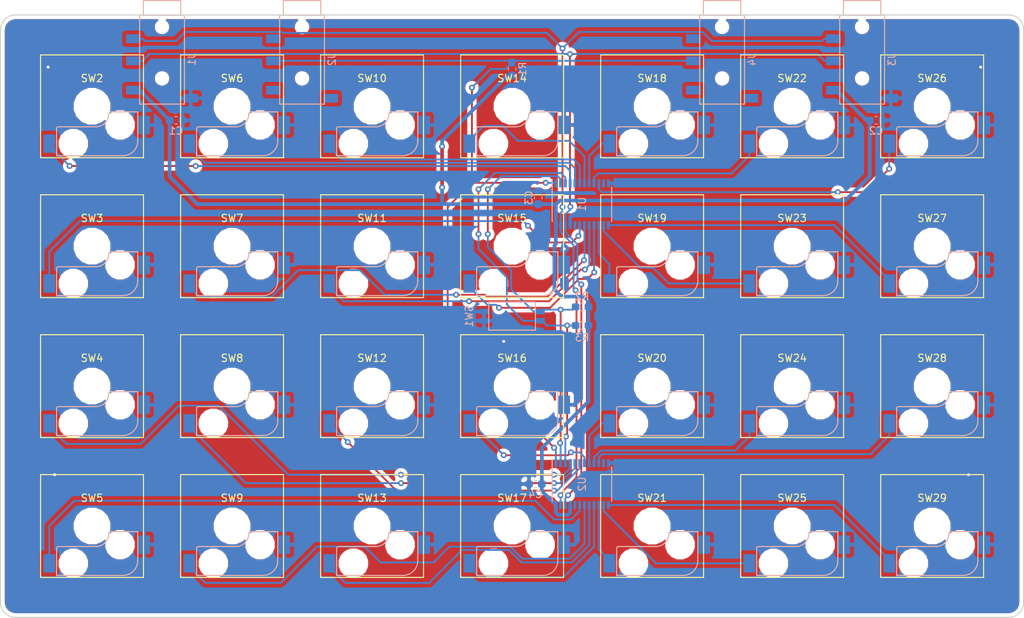
<source format=kicad_pcb>
(kicad_pcb (version 20171130) (host pcbnew 5.0.2-bee76a0~70~ubuntu18.04.1)
  (layers (0 F.Cu signal) (31 B.Cu signal) (34 B.Paste user) (35 F.Paste user) (36 B.SilkS user) (37 F.SilkS user) (38 B.Mask user) (39 F.Mask user) (44 Edge.Cuts user))
  (net 0 "")
  (net 1 VCC)
  (net 2 GND)
  (net 3 SCL)
  (net 4 SDA)
  (net 5 INT)
  (net 6 "Net-(J2-PadR2)")
  (net 7 "Net-(J4-PadR2)")
  (net 8 A1)
  (net 9 A2)
  (net 10 R1C1)
  (net 11 R2C1)
  (net 12 R3C1)
  (net 13 R4C1)
  (net 14 R1C2)
  (net 15 R2C2)
  (net 16 R3C2)
  (net 17 R4C2)
  (net 18 R1C3)
  (net 19 R2C3)
  (net 20 R3C3)
  (net 21 R4C3)
  (net 22 R1C4)
  (net 23 R2C4)
  (net 24 R3C4)
  (net 25 R4C4)
  (net 26 R1C5)
  (net 27 R2C5)
  (net 28 R3C5)
  (net 29 R4C5)
  (net 30 R1C6)
  (net 31 R2C6)
  (net 32 R3C6)
  (net 33 R4C6)
  (net 34 R1C7)
  (net 35 R2C7)
  (net 36 R3C7)
  (net 37 R4C7)
  (net 38 "Net-(U1-Pad20)")
  (net 39 "Net-(U1-Pad11)")
  (net 40 "Net-(U2-Pad11)")
  (net 41 "Net-(U2-Pad20)")
  (net 42 "Net-(J2-PadT)")
  (net 43 "Net-(J2-PadS)")
  (net 44 "Net-(J4-PadT)")
  (net 45 "Net-(J4-PadS)")
  (module Capacitor_SMD:C_0603_1608Metric_Pad1.05x0.95mm_HandSolder (layer B.Cu) (at 58.42 52.705)
    (fp_text reference C1 (at 0 1.43) (layer B.SilkS) (effects (justify mirror)))
    (fp_text value "1 uF")
    (pad 2 smd roundrect (at 0.875 0) (size 1.05 0.95) (layers B.Cu B.Paste B.Mask) (net 2 GND))
    (pad 1 smd roundrect (at -0.875 0) (size 1.05 0.95) (layers B.Cu B.Paste B.Mask) (net 1 VCC))
  )
  (module Capacitor_SMD:C_0603_1608Metric_Pad1.05x0.95mm_HandSolder (layer B.Cu) (at 153.67 52.705)
    (fp_text reference C2 (at 0 1.43) (layer B.SilkS) (effects (justify mirror)))
    (fp_text value "1 uF")
    (pad 2 smd roundrect (at 0.875 0) (size 1.05 0.95) (layers B.Cu B.Paste B.Mask) (net 2 GND))
    (pad 1 smd roundrect (at -0.875 0) (size 1.05 0.95) (layers B.Cu B.Paste B.Mask) (net 1 VCC))
  )
  (module Capacitor_SMD:C_0603_1608Metric_Pad1.05x0.95mm_HandSolder (layer B.Cu) (at 107.696 63.246 90)
    (fp_text reference C3 (at 0 -1.27 90) (layer B.SilkS) (effects (justify mirror)))
    (fp_text value "100 nF")
    (pad 2 smd roundrect (at 0.875 0 90) (size 1.05 0.95) (layers B.Cu B.Paste B.Mask) (net 2 GND))
    (pad 1 smd roundrect (at -0.875 0 90) (size 1.05 0.95) (layers B.Cu B.Paste B.Mask) (net 1 VCC))
  )
  (module Capacitor_SMD:C_0603_1608Metric_Pad1.05x0.95mm_HandSolder (layer B.Cu) (at 107.315 102.235 180)
    (fp_text reference C4 (at 0 -1.397 180) (layer B.SilkS) (effects (justify mirror)))
    (fp_text value "100 nF")
    (pad 2 smd roundrect (at 0.875 0 180) (size 1.05 0.95) (layers B.Cu B.Paste B.Mask) (net 2 GND))
    (pad 1 smd roundrect (at -0.875 0 180) (size 1.05 0.95) (layers B.Cu B.Paste B.Mask) (net 1 VCC))
  )
  (module library:TRRS_SMD_PJ320 (layer B.Cu) (at 56.515 44.45 270)
    (fp_text reference J1 (at 0 -4.064 270) (layer B.SilkS) (effects (justify mirror)))
    (fp_text value AudioJack4)
    (pad R2 smd rect (at -2.85 3.9 270) (size 1.2 2) (layers B.Cu B.Paste B.Mask) (net 4 SDA))
    (pad R1 smd rect (at 0.15 3.9 270) (size 1.2 2) (layers B.Cu B.Paste B.Mask) (net 3 SCL))
    (pad T smd rect (at 4.15 3.9 270) (size 1.2 2) (layers B.Cu B.Paste B.Mask) (net 1 VCC))
    (pad S smd rect (at 5.25 -3.9 270) (size 1.2 2) (layers B.Cu B.Paste B.Mask) (net 2 GND))
    (pad "" np_thru_hole circle (at 2.55 0 270) (size 0.95 0.95) (drill 0.95) (layers *.Cu *.Mask))
    (pad "" np_thru_hole circle (at -4.45 0 270) (size 0.95 0.95) (drill 0.95) (layers *.Cu *.Mask))
  )
  (module library:TRRS_SMD_PJ320 (layer B.Cu) (at 75.565 44.45 270)
    (fp_text reference J2 (at 0 -4.064 270) (layer B.SilkS) (effects (justify mirror)))
    (fp_text value AudioJack4)
    (pad R2 smd rect (at -2.85 3.9 270) (size 1.2 2) (layers B.Cu B.Paste B.Mask) (net 6 "Net-(J2-PadR2)"))
    (pad R1 smd rect (at 0.15 3.9 270) (size 1.2 2) (layers B.Cu B.Paste B.Mask) (net 5 INT))
    (pad T smd rect (at 4.15 3.9 270) (size 1.2 2) (layers B.Cu B.Paste B.Mask) (net 42 "Net-(J2-PadT)"))
    (pad S smd rect (at 5.25 -3.9 270) (size 1.2 2) (layers B.Cu B.Paste B.Mask) (net 43 "Net-(J2-PadS)"))
    (pad "" np_thru_hole circle (at 2.55 0 270) (size 0.95 0.95) (drill 0.95) (layers *.Cu *.Mask))
    (pad "" np_thru_hole circle (at -4.45 0 270) (size 0.95 0.95) (drill 0.95) (layers *.Cu *.Mask))
  )
  (module library:TRRS_SMD_PJ320 (layer B.Cu) (at 151.765 44.45 270)
    (fp_text reference J3 (at 0 -4.064 270) (layer B.SilkS) (effects (justify mirror)))
    (fp_text value AudioJack4)
    (pad R2 smd rect (at -2.85 3.9 270) (size 1.2 2) (layers B.Cu B.Paste B.Mask) (net 4 SDA))
    (pad R1 smd rect (at 0.15 3.9 270) (size 1.2 2) (layers B.Cu B.Paste B.Mask) (net 3 SCL))
    (pad T smd rect (at 4.15 3.9 270) (size 1.2 2) (layers B.Cu B.Paste B.Mask) (net 1 VCC))
    (pad S smd rect (at 5.25 -3.9 270) (size 1.2 2) (layers B.Cu B.Paste B.Mask) (net 2 GND))
    (pad "" np_thru_hole circle (at 2.55 0 270) (size 0.95 0.95) (drill 0.95) (layers *.Cu *.Mask))
    (pad "" np_thru_hole circle (at -4.45 0 270) (size 0.95 0.95) (drill 0.95) (layers *.Cu *.Mask))
  )
  (module library:TRRS_SMD_PJ320 (layer B.Cu) (at 132.715 44.45 270)
    (fp_text reference J4 (at 0 -4.064 270) (layer B.SilkS) (effects (justify mirror)))
    (fp_text value AudioJack4)
    (pad R2 smd rect (at -2.85 3.9 270) (size 1.2 2) (layers B.Cu B.Paste B.Mask) (net 7 "Net-(J4-PadR2)"))
    (pad R1 smd rect (at 0.15 3.9 270) (size 1.2 2) (layers B.Cu B.Paste B.Mask) (net 5 INT))
    (pad T smd rect (at 4.15 3.9 270) (size 1.2 2) (layers B.Cu B.Paste B.Mask) (net 44 "Net-(J4-PadT)"))
    (pad S smd rect (at 5.25 -3.9 270) (size 1.2 2) (layers B.Cu B.Paste B.Mask) (net 45 "Net-(J4-PadS)"))
    (pad "" np_thru_hole circle (at 2.55 0 270) (size 0.95 0.95) (drill 0.95) (layers *.Cu *.Mask))
    (pad "" np_thru_hole circle (at -4.45 0 270) (size 0.95 0.95) (drill 0.95) (layers *.Cu *.Mask))
  )
  (module Resistor_SMD:R_0603_1608Metric_Pad1.05x0.95mm_HandSolder (layer B.Cu) (at 104.14 45.72 90)
    (fp_text reference R1 (at 0 1.43 90) (layer B.SilkS) (effects (justify mirror)))
    (fp_text value "10 kΩ")
    (pad 2 smd roundrect (at 0.875 0 90) (size 1.05 0.95) (layers B.Cu B.Paste B.Mask) (net 5 INT))
    (pad 1 smd roundrect (at -0.875 0 90) (size 1.05 0.95) (layers B.Cu B.Paste B.Mask) (net 1 VCC))
  )
  (module Resistor_SMD:R_0603_1608Metric_Pad1.05x0.95mm_HandSolder (layer B.Cu) (at 113.665 78.105 180)
    (fp_text reference R2 (at 0 1.43 180) (layer B.SilkS) (effects (justify mirror)))
    (fp_text value "1 MΩ")
    (pad 2 smd roundrect (at 0.875 0 180) (size 1.05 0.95) (layers B.Cu B.Paste B.Mask) (net 8 A1))
    (pad 1 smd roundrect (at -0.875 0 180) (size 1.05 0.95) (layers B.Cu B.Paste B.Mask) (net 1 VCC))
  )
  (module Resistor_SMD:R_0603_1608Metric_Pad1.05x0.95mm_HandSolder (layer B.Cu) (at 113.665 80.645 180)
    (fp_text reference R3 (at 0 -1.651 180) (layer B.SilkS) (effects (justify mirror)))
    (fp_text value "1 MΩ")
    (pad 2 smd roundrect (at 0.875 0 180) (size 1.05 0.95) (layers B.Cu B.Paste B.Mask) (net 9 A2))
    (pad 1 smd roundrect (at -0.875 0 180) (size 1.05 0.95) (layers B.Cu B.Paste B.Mask) (net 1 VCC))
  )
  (module library:DipSwitch (layer B.Cu) (at 104.14 79.375 90)
    (fp_text reference SW1 (at 0 -5.842 90) (layer B.SilkS) (effects (justify mirror)))
    (fp_text value SW_DIP_x02)
    (pad 4 smd rect (at 0.635 -3.81 90) (size 0.76 1.27) (layers B.Cu B.Paste B.Mask) (net 2 GND))
    (pad 3 smd rect (at -0.635 -3.81 90) (size 0.76 1.27) (layers B.Cu B.Paste B.Mask) (net 2 GND))
    (pad 1 smd rect (at -0.635 3.81 90) (size 0.76 1.27) (layers B.Cu B.Paste B.Mask) (net 9 A2))
    (pad 2 smd rect (at 0.635 3.81 90) (size 0.76 1.27) (layers B.Cu B.Paste B.Mask) (net 8 A1))
  )
  (module library:Kailh_Socket (layer F.Cu) (at 46.99 50.8 180)
    (fp_text reference SW2 (at 0 3.81 180) (layer F.SilkS))
    (fp_text value SW_Push)
    (pad 1 smd rect (at -7.085 -2.54 180) (size 1.6 2.5) (layers B.Cu B.Paste B.Mask) (net 2 GND))
    (pad 2 smd rect (at 5.815 -5.08 180) (size 1.6 2.5) (layers B.Cu B.Paste B.Mask) (net 10 R1C1))
    (pad "" np_thru_hole circle (at 2.54 -5.08 180) (size 3 3) (drill 3) (layers *.Cu *.Mask))
    (pad "" np_thru_hole circle (at -3.81 -2.54 180) (size 3 3) (drill 3) (layers *.Cu *.Mask))
    (pad "" np_thru_hole circle (at 0 0 180) (size 3.9878 3.9878) (drill 3.9878) (layers *.Cu *.Mask))
  )
  (module library:Kailh_Socket (layer F.Cu) (at 46.99 69.85 180)
    (fp_text reference SW3 (at 0 3.81 180) (layer F.SilkS))
    (fp_text value SW_Push)
    (pad 1 smd rect (at -7.085 -2.54 180) (size 1.6 2.5) (layers B.Cu B.Paste B.Mask) (net 2 GND))
    (pad 2 smd rect (at 5.815 -5.08 180) (size 1.6 2.5) (layers B.Cu B.Paste B.Mask) (net 11 R2C1))
    (pad "" np_thru_hole circle (at 2.54 -5.08 180) (size 3 3) (drill 3) (layers *.Cu *.Mask))
    (pad "" np_thru_hole circle (at -3.81 -2.54 180) (size 3 3) (drill 3) (layers *.Cu *.Mask))
    (pad "" np_thru_hole circle (at 0 0 180) (size 3.9878 3.9878) (drill 3.9878) (layers *.Cu *.Mask))
  )
  (module library:Kailh_Socket (layer F.Cu) (at 46.99 88.9 180)
    (fp_text reference SW4 (at 0 3.81 180) (layer F.SilkS))
    (fp_text value SW_Push)
    (pad 1 smd rect (at -7.085 -2.54 180) (size 1.6 2.5) (layers B.Cu B.Paste B.Mask) (net 2 GND))
    (pad 2 smd rect (at 5.815 -5.08 180) (size 1.6 2.5) (layers B.Cu B.Paste B.Mask) (net 12 R3C1))
    (pad "" np_thru_hole circle (at 2.54 -5.08 180) (size 3 3) (drill 3) (layers *.Cu *.Mask))
    (pad "" np_thru_hole circle (at -3.81 -2.54 180) (size 3 3) (drill 3) (layers *.Cu *.Mask))
    (pad "" np_thru_hole circle (at 0 0 180) (size 3.9878 3.9878) (drill 3.9878) (layers *.Cu *.Mask))
  )
  (module library:Kailh_Socket (layer F.Cu) (at 46.99 107.95 180)
    (fp_text reference SW5 (at 0 3.81 180) (layer F.SilkS))
    (fp_text value SW_Push)
    (pad 1 smd rect (at -7.085 -2.54 180) (size 1.6 2.5) (layers B.Cu B.Paste B.Mask) (net 2 GND))
    (pad 2 smd rect (at 5.815 -5.08 180) (size 1.6 2.5) (layers B.Cu B.Paste B.Mask) (net 13 R4C1))
    (pad "" np_thru_hole circle (at 2.54 -5.08 180) (size 3 3) (drill 3) (layers *.Cu *.Mask))
    (pad "" np_thru_hole circle (at -3.81 -2.54 180) (size 3 3) (drill 3) (layers *.Cu *.Mask))
    (pad "" np_thru_hole circle (at 0 0 180) (size 3.9878 3.9878) (drill 3.9878) (layers *.Cu *.Mask))
  )
  (module library:Kailh_Socket (layer F.Cu) (at 66.04 50.8 180)
    (fp_text reference SW6 (at 0 3.81 180) (layer F.SilkS))
    (fp_text value SW_Push)
    (pad 1 smd rect (at -7.085 -2.54 180) (size 1.6 2.5) (layers B.Cu B.Paste B.Mask) (net 2 GND))
    (pad 2 smd rect (at 5.815 -5.08 180) (size 1.6 2.5) (layers B.Cu B.Paste B.Mask) (net 14 R1C2))
    (pad "" np_thru_hole circle (at 2.54 -5.08 180) (size 3 3) (drill 3) (layers *.Cu *.Mask))
    (pad "" np_thru_hole circle (at -3.81 -2.54 180) (size 3 3) (drill 3) (layers *.Cu *.Mask))
    (pad "" np_thru_hole circle (at 0 0 180) (size 3.9878 3.9878) (drill 3.9878) (layers *.Cu *.Mask))
  )
  (module library:Kailh_Socket (layer F.Cu) (at 66.04 69.85 180)
    (fp_text reference SW7 (at 0 3.81 180) (layer F.SilkS))
    (fp_text value SW_Push)
    (pad 1 smd rect (at -7.085 -2.54 180) (size 1.6 2.5) (layers B.Cu B.Paste B.Mask) (net 2 GND))
    (pad 2 smd rect (at 5.815 -5.08 180) (size 1.6 2.5) (layers B.Cu B.Paste B.Mask) (net 15 R2C2))
    (pad "" np_thru_hole circle (at 2.54 -5.08 180) (size 3 3) (drill 3) (layers *.Cu *.Mask))
    (pad "" np_thru_hole circle (at -3.81 -2.54 180) (size 3 3) (drill 3) (layers *.Cu *.Mask))
    (pad "" np_thru_hole circle (at 0 0 180) (size 3.9878 3.9878) (drill 3.9878) (layers *.Cu *.Mask))
  )
  (module library:Kailh_Socket (layer F.Cu) (at 66.04 88.9 180)
    (fp_text reference SW8 (at 0 3.81 180) (layer F.SilkS))
    (fp_text value SW_Push)
    (pad 1 smd rect (at -7.085 -2.54 180) (size 1.6 2.5) (layers B.Cu B.Paste B.Mask) (net 2 GND))
    (pad 2 smd rect (at 5.815 -5.08 180) (size 1.6 2.5) (layers B.Cu B.Paste B.Mask) (net 16 R3C2))
    (pad "" np_thru_hole circle (at 2.54 -5.08 180) (size 3 3) (drill 3) (layers *.Cu *.Mask))
    (pad "" np_thru_hole circle (at -3.81 -2.54 180) (size 3 3) (drill 3) (layers *.Cu *.Mask))
    (pad "" np_thru_hole circle (at 0 0 180) (size 3.9878 3.9878) (drill 3.9878) (layers *.Cu *.Mask))
  )
  (module library:Kailh_Socket (layer F.Cu) (at 66.04 107.95 180)
    (fp_text reference SW9 (at 0 3.81 180) (layer F.SilkS))
    (fp_text value SW_Push)
    (pad 1 smd rect (at -7.085 -2.54 180) (size 1.6 2.5) (layers B.Cu B.Paste B.Mask) (net 2 GND))
    (pad 2 smd rect (at 5.815 -5.08 180) (size 1.6 2.5) (layers B.Cu B.Paste B.Mask) (net 17 R4C2))
    (pad "" np_thru_hole circle (at 2.54 -5.08 180) (size 3 3) (drill 3) (layers *.Cu *.Mask))
    (pad "" np_thru_hole circle (at -3.81 -2.54 180) (size 3 3) (drill 3) (layers *.Cu *.Mask))
    (pad "" np_thru_hole circle (at 0 0 180) (size 3.9878 3.9878) (drill 3.9878) (layers *.Cu *.Mask))
  )
  (module library:Kailh_Socket (layer F.Cu) (at 85.09 50.8 180)
    (fp_text reference SW10 (at 0 3.81 180) (layer F.SilkS))
    (fp_text value SW_Push)
    (pad 1 smd rect (at -7.085 -2.54 180) (size 1.6 2.5) (layers B.Cu B.Paste B.Mask) (net 2 GND))
    (pad 2 smd rect (at 5.815 -5.08 180) (size 1.6 2.5) (layers B.Cu B.Paste B.Mask) (net 18 R1C3))
    (pad "" np_thru_hole circle (at 2.54 -5.08 180) (size 3 3) (drill 3) (layers *.Cu *.Mask))
    (pad "" np_thru_hole circle (at -3.81 -2.54 180) (size 3 3) (drill 3) (layers *.Cu *.Mask))
    (pad "" np_thru_hole circle (at 0 0 180) (size 3.9878 3.9878) (drill 3.9878) (layers *.Cu *.Mask))
  )
  (module library:Kailh_Socket (layer F.Cu) (at 85.09 69.85 180)
    (fp_text reference SW11 (at 0 3.81 180) (layer F.SilkS))
    (fp_text value SW_Push)
    (pad 1 smd rect (at -7.085 -2.54 180) (size 1.6 2.5) (layers B.Cu B.Paste B.Mask) (net 2 GND))
    (pad 2 smd rect (at 5.815 -5.08 180) (size 1.6 2.5) (layers B.Cu B.Paste B.Mask) (net 19 R2C3))
    (pad "" np_thru_hole circle (at 2.54 -5.08 180) (size 3 3) (drill 3) (layers *.Cu *.Mask))
    (pad "" np_thru_hole circle (at -3.81 -2.54 180) (size 3 3) (drill 3) (layers *.Cu *.Mask))
    (pad "" np_thru_hole circle (at 0 0 180) (size 3.9878 3.9878) (drill 3.9878) (layers *.Cu *.Mask))
  )
  (module library:Kailh_Socket (layer F.Cu) (at 85.09 88.9 180)
    (fp_text reference SW12 (at 0 3.81 180) (layer F.SilkS))
    (fp_text value SW_Push)
    (pad 1 smd rect (at -7.085 -2.54 180) (size 1.6 2.5) (layers B.Cu B.Paste B.Mask) (net 2 GND))
    (pad 2 smd rect (at 5.815 -5.08 180) (size 1.6 2.5) (layers B.Cu B.Paste B.Mask) (net 20 R3C3))
    (pad "" np_thru_hole circle (at 2.54 -5.08 180) (size 3 3) (drill 3) (layers *.Cu *.Mask))
    (pad "" np_thru_hole circle (at -3.81 -2.54 180) (size 3 3) (drill 3) (layers *.Cu *.Mask))
    (pad "" np_thru_hole circle (at 0 0 180) (size 3.9878 3.9878) (drill 3.9878) (layers *.Cu *.Mask))
  )
  (module library:Kailh_Socket (layer F.Cu) (at 85.09 107.95 180)
    (fp_text reference SW13 (at 0 3.81 180) (layer F.SilkS))
    (fp_text value SW_Push)
    (pad 1 smd rect (at -7.085 -2.54 180) (size 1.6 2.5) (layers B.Cu B.Paste B.Mask) (net 2 GND))
    (pad 2 smd rect (at 5.815 -5.08 180) (size 1.6 2.5) (layers B.Cu B.Paste B.Mask) (net 21 R4C3))
    (pad "" np_thru_hole circle (at 2.54 -5.08 180) (size 3 3) (drill 3) (layers *.Cu *.Mask))
    (pad "" np_thru_hole circle (at -3.81 -2.54 180) (size 3 3) (drill 3) (layers *.Cu *.Mask))
    (pad "" np_thru_hole circle (at 0 0 180) (size 3.9878 3.9878) (drill 3.9878) (layers *.Cu *.Mask))
  )
  (module library:Kailh_Socket (layer F.Cu) (at 104.14 50.8 180)
    (fp_text reference SW14 (at 0 3.81 180) (layer F.SilkS))
    (fp_text value SW_Push)
    (pad 1 smd rect (at -7.085 -2.54 180) (size 1.6 2.5) (layers B.Cu B.Paste B.Mask) (net 2 GND))
    (pad 2 smd rect (at 5.815 -5.08 180) (size 1.6 2.5) (layers B.Cu B.Paste B.Mask) (net 22 R1C4))
    (pad "" np_thru_hole circle (at 2.54 -5.08 180) (size 3 3) (drill 3) (layers *.Cu *.Mask))
    (pad "" np_thru_hole circle (at -3.81 -2.54 180) (size 3 3) (drill 3) (layers *.Cu *.Mask))
    (pad "" np_thru_hole circle (at 0 0 180) (size 3.9878 3.9878) (drill 3.9878) (layers *.Cu *.Mask))
  )
  (module library:Kailh_Socket (layer F.Cu) (at 104.14 69.85 180)
    (fp_text reference SW15 (at 0 3.81 180) (layer F.SilkS))
    (fp_text value SW_Push)
    (pad 1 smd rect (at -7.085 -2.54 180) (size 1.6 2.5) (layers B.Cu B.Paste B.Mask) (net 2 GND))
    (pad 2 smd rect (at 5.815 -5.08 180) (size 1.6 2.5) (layers B.Cu B.Paste B.Mask) (net 23 R2C4))
    (pad "" np_thru_hole circle (at 2.54 -5.08 180) (size 3 3) (drill 3) (layers *.Cu *.Mask))
    (pad "" np_thru_hole circle (at -3.81 -2.54 180) (size 3 3) (drill 3) (layers *.Cu *.Mask))
    (pad "" np_thru_hole circle (at 0 0 180) (size 3.9878 3.9878) (drill 3.9878) (layers *.Cu *.Mask))
  )
  (module library:Kailh_Socket (layer F.Cu) (at 104.14 88.9 180)
    (fp_text reference SW16 (at 0 3.81 180) (layer F.SilkS))
    (fp_text value SW_Push)
    (pad 1 smd rect (at -7.085 -2.54 180) (size 1.6 2.5) (layers B.Cu B.Paste B.Mask) (net 2 GND))
    (pad 2 smd rect (at 5.815 -5.08 180) (size 1.6 2.5) (layers B.Cu B.Paste B.Mask) (net 24 R3C4))
    (pad "" np_thru_hole circle (at 2.54 -5.08 180) (size 3 3) (drill 3) (layers *.Cu *.Mask))
    (pad "" np_thru_hole circle (at -3.81 -2.54 180) (size 3 3) (drill 3) (layers *.Cu *.Mask))
    (pad "" np_thru_hole circle (at 0 0 180) (size 3.9878 3.9878) (drill 3.9878) (layers *.Cu *.Mask))
  )
  (module library:Kailh_Socket (layer F.Cu) (at 104.14 107.95 180)
    (fp_text reference SW17 (at 0 3.81 180) (layer F.SilkS))
    (fp_text value SW_Push)
    (pad 1 smd rect (at -7.085 -2.54 180) (size 1.6 2.5) (layers B.Cu B.Paste B.Mask) (net 2 GND))
    (pad 2 smd rect (at 5.815 -5.08 180) (size 1.6 2.5) (layers B.Cu B.Paste B.Mask) (net 25 R4C4))
    (pad "" np_thru_hole circle (at 2.54 -5.08 180) (size 3 3) (drill 3) (layers *.Cu *.Mask))
    (pad "" np_thru_hole circle (at -3.81 -2.54 180) (size 3 3) (drill 3) (layers *.Cu *.Mask))
    (pad "" np_thru_hole circle (at 0 0 180) (size 3.9878 3.9878) (drill 3.9878) (layers *.Cu *.Mask))
  )
  (module library:Kailh_Socket (layer F.Cu) (at 123.19 50.8 180)
    (fp_text reference SW18 (at 0 3.81 180) (layer F.SilkS))
    (fp_text value SW_Push)
    (pad 1 smd rect (at -7.085 -2.54 180) (size 1.6 2.5) (layers B.Cu B.Paste B.Mask) (net 2 GND))
    (pad 2 smd rect (at 5.815 -5.08 180) (size 1.6 2.5) (layers B.Cu B.Paste B.Mask) (net 26 R1C5))
    (pad "" np_thru_hole circle (at 2.54 -5.08 180) (size 3 3) (drill 3) (layers *.Cu *.Mask))
    (pad "" np_thru_hole circle (at -3.81 -2.54 180) (size 3 3) (drill 3) (layers *.Cu *.Mask))
    (pad "" np_thru_hole circle (at 0 0 180) (size 3.9878 3.9878) (drill 3.9878) (layers *.Cu *.Mask))
  )
  (module library:Kailh_Socket (layer F.Cu) (at 123.19 69.85 180)
    (fp_text reference SW19 (at 0 3.81 180) (layer F.SilkS))
    (fp_text value SW_Push)
    (pad 1 smd rect (at -7.085 -2.54 180) (size 1.6 2.5) (layers B.Cu B.Paste B.Mask) (net 2 GND))
    (pad 2 smd rect (at 5.815 -5.08 180) (size 1.6 2.5) (layers B.Cu B.Paste B.Mask) (net 27 R2C5))
    (pad "" np_thru_hole circle (at 2.54 -5.08 180) (size 3 3) (drill 3) (layers *.Cu *.Mask))
    (pad "" np_thru_hole circle (at -3.81 -2.54 180) (size 3 3) (drill 3) (layers *.Cu *.Mask))
    (pad "" np_thru_hole circle (at 0 0 180) (size 3.9878 3.9878) (drill 3.9878) (layers *.Cu *.Mask))
  )
  (module library:Kailh_Socket (layer F.Cu) (at 123.19 88.9 180)
    (fp_text reference SW20 (at 0 3.81 180) (layer F.SilkS))
    (fp_text value SW_Push)
    (pad 1 smd rect (at -7.085 -2.54 180) (size 1.6 2.5) (layers B.Cu B.Paste B.Mask) (net 2 GND))
    (pad 2 smd rect (at 5.815 -5.08 180) (size 1.6 2.5) (layers B.Cu B.Paste B.Mask) (net 28 R3C5))
    (pad "" np_thru_hole circle (at 2.54 -5.08 180) (size 3 3) (drill 3) (layers *.Cu *.Mask))
    (pad "" np_thru_hole circle (at -3.81 -2.54 180) (size 3 3) (drill 3) (layers *.Cu *.Mask))
    (pad "" np_thru_hole circle (at 0 0 180) (size 3.9878 3.9878) (drill 3.9878) (layers *.Cu *.Mask))
  )
  (module library:Kailh_Socket (layer F.Cu) (at 123.19 107.95 180)
    (fp_text reference SW21 (at 0 3.81 180) (layer F.SilkS))
    (fp_text value SW_Push)
    (pad 1 smd rect (at -7.085 -2.54 180) (size 1.6 2.5) (layers B.Cu B.Paste B.Mask) (net 2 GND))
    (pad 2 smd rect (at 5.815 -5.08 180) (size 1.6 2.5) (layers B.Cu B.Paste B.Mask) (net 29 R4C5))
    (pad "" np_thru_hole circle (at 2.54 -5.08 180) (size 3 3) (drill 3) (layers *.Cu *.Mask))
    (pad "" np_thru_hole circle (at -3.81 -2.54 180) (size 3 3) (drill 3) (layers *.Cu *.Mask))
    (pad "" np_thru_hole circle (at 0 0 180) (size 3.9878 3.9878) (drill 3.9878) (layers *.Cu *.Mask))
  )
  (module library:Kailh_Socket (layer F.Cu) (at 142.24 50.8 180)
    (fp_text reference SW22 (at 0 3.81 180) (layer F.SilkS))
    (fp_text value SW_Push)
    (pad 1 smd rect (at -7.085 -2.54 180) (size 1.6 2.5) (layers B.Cu B.Paste B.Mask) (net 2 GND))
    (pad 2 smd rect (at 5.815 -5.08 180) (size 1.6 2.5) (layers B.Cu B.Paste B.Mask) (net 30 R1C6))
    (pad "" np_thru_hole circle (at 2.54 -5.08 180) (size 3 3) (drill 3) (layers *.Cu *.Mask))
    (pad "" np_thru_hole circle (at -3.81 -2.54 180) (size 3 3) (drill 3) (layers *.Cu *.Mask))
    (pad "" np_thru_hole circle (at 0 0 180) (size 3.9878 3.9878) (drill 3.9878) (layers *.Cu *.Mask))
  )
  (module library:Kailh_Socket (layer F.Cu) (at 142.24 69.85 180)
    (fp_text reference SW23 (at 0 3.81 180) (layer F.SilkS))
    (fp_text value SW_Push)
    (pad 1 smd rect (at -7.085 -2.54 180) (size 1.6 2.5) (layers B.Cu B.Paste B.Mask) (net 2 GND))
    (pad 2 smd rect (at 5.815 -5.08 180) (size 1.6 2.5) (layers B.Cu B.Paste B.Mask) (net 31 R2C6))
    (pad "" np_thru_hole circle (at 2.54 -5.08 180) (size 3 3) (drill 3) (layers *.Cu *.Mask))
    (pad "" np_thru_hole circle (at -3.81 -2.54 180) (size 3 3) (drill 3) (layers *.Cu *.Mask))
    (pad "" np_thru_hole circle (at 0 0 180) (size 3.9878 3.9878) (drill 3.9878) (layers *.Cu *.Mask))
  )
  (module library:Kailh_Socket (layer F.Cu) (at 142.24 88.9 180)
    (fp_text reference SW24 (at 0 3.81 180) (layer F.SilkS))
    (fp_text value SW_Push)
    (pad 1 smd rect (at -7.085 -2.54 180) (size 1.6 2.5) (layers B.Cu B.Paste B.Mask) (net 2 GND))
    (pad 2 smd rect (at 5.815 -5.08 180) (size 1.6 2.5) (layers B.Cu B.Paste B.Mask) (net 32 R3C6))
    (pad "" np_thru_hole circle (at 2.54 -5.08 180) (size 3 3) (drill 3) (layers *.Cu *.Mask))
    (pad "" np_thru_hole circle (at -3.81 -2.54 180) (size 3 3) (drill 3) (layers *.Cu *.Mask))
    (pad "" np_thru_hole circle (at 0 0 180) (size 3.9878 3.9878) (drill 3.9878) (layers *.Cu *.Mask))
  )
  (module library:Kailh_Socket (layer F.Cu) (at 142.24 107.95 180)
    (fp_text reference SW25 (at 0 3.81 180) (layer F.SilkS))
    (fp_text value SW_Push)
    (pad 1 smd rect (at -7.085 -2.54 180) (size 1.6 2.5) (layers B.Cu B.Paste B.Mask) (net 2 GND))
    (pad 2 smd rect (at 5.815 -5.08 180) (size 1.6 2.5) (layers B.Cu B.Paste B.Mask) (net 33 R4C6))
    (pad "" np_thru_hole circle (at 2.54 -5.08 180) (size 3 3) (drill 3) (layers *.Cu *.Mask))
    (pad "" np_thru_hole circle (at -3.81 -2.54 180) (size 3 3) (drill 3) (layers *.Cu *.Mask))
    (pad "" np_thru_hole circle (at 0 0 180) (size 3.9878 3.9878) (drill 3.9878) (layers *.Cu *.Mask))
  )
  (module library:Kailh_Socket (layer F.Cu) (at 161.29 50.8 180)
    (fp_text reference SW26 (at 0 3.81 180) (layer F.SilkS))
    (fp_text value SW_Push)
    (pad 1 smd rect (at -7.085 -2.54 180) (size 1.6 2.5) (layers B.Cu B.Paste B.Mask) (net 2 GND))
    (pad 2 smd rect (at 5.815 -5.08 180) (size 1.6 2.5) (layers B.Cu B.Paste B.Mask) (net 34 R1C7))
    (pad "" np_thru_hole circle (at 2.54 -5.08 180) (size 3 3) (drill 3) (layers *.Cu *.Mask))
    (pad "" np_thru_hole circle (at -3.81 -2.54 180) (size 3 3) (drill 3) (layers *.Cu *.Mask))
    (pad "" np_thru_hole circle (at 0 0 180) (size 3.9878 3.9878) (drill 3.9878) (layers *.Cu *.Mask))
  )
  (module library:Kailh_Socket (layer F.Cu) (at 161.29 69.85 180)
    (fp_text reference SW27 (at 0 3.81 180) (layer F.SilkS))
    (fp_text value SW_Push)
    (pad 1 smd rect (at -7.085 -2.54 180) (size 1.6 2.5) (layers B.Cu B.Paste B.Mask) (net 2 GND))
    (pad 2 smd rect (at 5.815 -5.08 180) (size 1.6 2.5) (layers B.Cu B.Paste B.Mask) (net 35 R2C7))
    (pad "" np_thru_hole circle (at 2.54 -5.08 180) (size 3 3) (drill 3) (layers *.Cu *.Mask))
    (pad "" np_thru_hole circle (at -3.81 -2.54 180) (size 3 3) (drill 3) (layers *.Cu *.Mask))
    (pad "" np_thru_hole circle (at 0 0 180) (size 3.9878 3.9878) (drill 3.9878) (layers *.Cu *.Mask))
  )
  (module library:Kailh_Socket (layer F.Cu) (at 161.29 88.9 180)
    (fp_text reference SW28 (at 0 3.81 180) (layer F.SilkS))
    (fp_text value SW_Push)
    (pad 1 smd rect (at -7.085 -2.54 180) (size 1.6 2.5) (layers B.Cu B.Paste B.Mask) (net 2 GND))
    (pad 2 smd rect (at 5.815 -5.08 180) (size 1.6 2.5) (layers B.Cu B.Paste B.Mask) (net 36 R3C7))
    (pad "" np_thru_hole circle (at 2.54 -5.08 180) (size 3 3) (drill 3) (layers *.Cu *.Mask))
    (pad "" np_thru_hole circle (at -3.81 -2.54 180) (size 3 3) (drill 3) (layers *.Cu *.Mask))
    (pad "" np_thru_hole circle (at 0 0 180) (size 3.9878 3.9878) (drill 3.9878) (layers *.Cu *.Mask))
  )
  (module library:Kailh_Socket (layer F.Cu) (at 161.29 107.95 180)
    (fp_text reference SW29 (at 0 3.81) (layer F.SilkS))
    (fp_text value SW_Push)
    (pad 1 smd rect (at -7.085 -2.54 180) (size 1.6 2.5) (layers B.Cu B.Paste B.Mask) (net 2 GND))
    (pad 2 smd rect (at 5.815 -5.08 180) (size 1.6 2.5) (layers B.Cu B.Paste B.Mask) (net 37 R4C7))
    (pad "" np_thru_hole circle (at 2.54 -5.08 180) (size 3 3) (drill 3) (layers *.Cu *.Mask))
    (pad "" np_thru_hole circle (at -3.81 -2.54 180) (size 3 3) (drill 3) (layers *.Cu *.Mask))
    (pad "" np_thru_hole circle (at 0 0 180) (size 3.9878 3.9878) (drill 3.9878) (layers *.Cu *.Mask))
  )
  (module Package_SO:TSSOP-24_4.4x7.8mm_P0.65mm (layer B.Cu) (at 113.665 64.135 270)
    (fp_text reference U1 (at 0 0 270) (layer B.SilkS) (effects (justify mirror)))
    (fp_text value TCA9555PWR)
    (pad 24 smd rect (at 2.85 3.575 270) (size 1.1 0.4) (layers B.Cu B.Paste B.Mask) (net 1 VCC))
    (pad 23 smd rect (at 2.85 2.925 270) (size 1.1 0.4) (layers B.Cu B.Paste B.Mask) (net 4 SDA))
    (pad 22 smd rect (at 2.85 2.275 270) (size 1.1 0.4) (layers B.Cu B.Paste B.Mask) (net 3 SCL))
    (pad 21 smd rect (at 2.85 1.625 270) (size 1.1 0.4) (layers B.Cu B.Paste B.Mask) (net 2 GND))
    (pad 20 smd rect (at 2.85 0.975 270) (size 1.1 0.4) (layers B.Cu B.Paste B.Mask) (net 38 "Net-(U1-Pad20)"))
    (pad 19 smd rect (at 2.85 0.325 270) (size 1.1 0.4) (layers B.Cu B.Paste B.Mask) (net 11 R2C1))
    (pad 18 smd rect (at 2.85 -0.325 270) (size 1.1 0.4) (layers B.Cu B.Paste B.Mask) (net 15 R2C2))
    (pad 17 smd rect (at 2.85 -0.975 270) (size 1.1 0.4) (layers B.Cu B.Paste B.Mask) (net 19 R2C3))
    (pad 16 smd rect (at 2.85 -1.625 270) (size 1.1 0.4) (layers B.Cu B.Paste B.Mask) (net 23 R2C4))
    (pad 15 smd rect (at 2.85 -2.275 270) (size 1.1 0.4) (layers B.Cu B.Paste B.Mask) (net 27 R2C5))
    (pad 14 smd rect (at 2.85 -2.925 270) (size 1.1 0.4) (layers B.Cu B.Paste B.Mask) (net 31 R2C6))
    (pad 13 smd rect (at 2.85 -3.575 270) (size 1.1 0.4) (layers B.Cu B.Paste B.Mask) (net 35 R2C7))
    (pad 12 smd rect (at -2.85 -3.575 270) (size 1.1 0.4) (layers B.Cu B.Paste B.Mask) (net 2 GND))
    (pad 11 smd rect (at -2.85 -2.925 270) (size 1.1 0.4) (layers B.Cu B.Paste B.Mask) (net 39 "Net-(U1-Pad11)"))
    (pad 10 smd rect (at -2.85 -2.275 270) (size 1.1 0.4) (layers B.Cu B.Paste B.Mask) (net 34 R1C7))
    (pad 9 smd rect (at -2.85 -1.625 270) (size 1.1 0.4) (layers B.Cu B.Paste B.Mask) (net 30 R1C6))
    (pad 8 smd rect (at -2.85 -0.975 270) (size 1.1 0.4) (layers B.Cu B.Paste B.Mask) (net 26 R1C5))
    (pad 7 smd rect (at -2.85 -0.325 270) (size 1.1 0.4) (layers B.Cu B.Paste B.Mask) (net 22 R1C4))
    (pad 6 smd rect (at -2.85 0.325 270) (size 1.1 0.4) (layers B.Cu B.Paste B.Mask) (net 18 R1C3))
    (pad 5 smd rect (at -2.85 0.975 270) (size 1.1 0.4) (layers B.Cu B.Paste B.Mask) (net 14 R1C2))
    (pad 4 smd rect (at -2.85 1.625 270) (size 1.1 0.4) (layers B.Cu B.Paste B.Mask) (net 10 R1C1))
    (pad 3 smd rect (at -2.85 2.275 270) (size 1.1 0.4) (layers B.Cu B.Paste B.Mask) (net 9 A2))
    (pad 2 smd rect (at -2.85 2.925 270) (size 1.1 0.4) (layers B.Cu B.Paste B.Mask) (net 8 A1))
    (pad 1 smd rect (at -2.85 3.575 270) (size 1.1 0.4) (layers B.Cu B.Paste B.Mask) (net 5 INT))
  )
  (module Package_SO:TSSOP-24_4.4x7.8mm_P0.65mm (layer B.Cu) (at 113.665 102.235 270)
    (fp_text reference U2 (at 0 0 270) (layer B.SilkS) (effects (justify mirror)))
    (fp_text value TCA9555PWR)
    (pad 24 smd rect (at 2.85 3.575 270) (size 1.1 0.4) (layers B.Cu B.Paste B.Mask) (net 1 VCC))
    (pad 23 smd rect (at 2.85 2.925 270) (size 1.1 0.4) (layers B.Cu B.Paste B.Mask) (net 4 SDA))
    (pad 22 smd rect (at 2.85 2.275 270) (size 1.1 0.4) (layers B.Cu B.Paste B.Mask) (net 3 SCL))
    (pad 21 smd rect (at 2.85 1.625 270) (size 1.1 0.4) (layers B.Cu B.Paste B.Mask) (net 1 VCC))
    (pad 20 smd rect (at 2.85 0.975 270) (size 1.1 0.4) (layers B.Cu B.Paste B.Mask) (net 41 "Net-(U2-Pad20)"))
    (pad 19 smd rect (at 2.85 0.325 270) (size 1.1 0.4) (layers B.Cu B.Paste B.Mask) (net 13 R4C1))
    (pad 18 smd rect (at 2.85 -0.325 270) (size 1.1 0.4) (layers B.Cu B.Paste B.Mask) (net 17 R4C2))
    (pad 17 smd rect (at 2.85 -0.975 270) (size 1.1 0.4) (layers B.Cu B.Paste B.Mask) (net 21 R4C3))
    (pad 16 smd rect (at 2.85 -1.625 270) (size 1.1 0.4) (layers B.Cu B.Paste B.Mask) (net 25 R4C4))
    (pad 15 smd rect (at 2.85 -2.275 270) (size 1.1 0.4) (layers B.Cu B.Paste B.Mask) (net 29 R4C5))
    (pad 14 smd rect (at 2.85 -2.925 270) (size 1.1 0.4) (layers B.Cu B.Paste B.Mask) (net 33 R4C6))
    (pad 13 smd rect (at 2.85 -3.575 270) (size 1.1 0.4) (layers B.Cu B.Paste B.Mask) (net 37 R4C7))
    (pad 12 smd rect (at -2.85 -3.575 270) (size 1.1 0.4) (layers B.Cu B.Paste B.Mask) (net 2 GND))
    (pad 11 smd rect (at -2.85 -2.925 270) (size 1.1 0.4) (layers B.Cu B.Paste B.Mask) (net 40 "Net-(U2-Pad11)"))
    (pad 10 smd rect (at -2.85 -2.275 270) (size 1.1 0.4) (layers B.Cu B.Paste B.Mask) (net 36 R3C7))
    (pad 9 smd rect (at -2.85 -1.625 270) (size 1.1 0.4) (layers B.Cu B.Paste B.Mask) (net 32 R3C6))
    (pad 8 smd rect (at -2.85 -0.975 270) (size 1.1 0.4) (layers B.Cu B.Paste B.Mask) (net 28 R3C5))
    (pad 7 smd rect (at -2.85 -0.325 270) (size 1.1 0.4) (layers B.Cu B.Paste B.Mask) (net 24 R3C4))
    (pad 6 smd rect (at -2.85 0.325 270) (size 1.1 0.4) (layers B.Cu B.Paste B.Mask) (net 20 R3C3))
    (pad 5 smd rect (at -2.85 0.975 270) (size 1.1 0.4) (layers B.Cu B.Paste B.Mask) (net 16 R3C2))
    (pad 4 smd rect (at -2.85 1.625 270) (size 1.1 0.4) (layers B.Cu B.Paste B.Mask) (net 12 R3C1))
    (pad 3 smd rect (at -2.85 2.275 270) (size 1.1 0.4) (layers B.Cu B.Paste B.Mask) (net 9 A2))
    (pad 2 smd rect (at -2.85 2.925 270) (size 1.1 0.4) (layers B.Cu B.Paste B.Mask) (net 8 A1))
    (pad 1 smd rect (at -2.85 3.575 270) (size 1.1 0.4) (layers B.Cu B.Paste B.Mask) (net 5 INT))
  )
  (gr_arc (start 36.576 118.364) (end 34.544 118.364) (angle -90) (layer Edge.Cuts) (width 0.15))
  (gr_arc (start 36.576 40.386) (end 36.576 38.354) (angle -90) (layer Edge.Cuts) (width 0.15))
  (gr_line (start 34.544 118.364) (end 34.544 40.386) (layer Edge.Cuts) (width 0.15))
  (gr_arc (start 171.704 118.364) (end 171.704 120.396) (angle -90) (layer Edge.Cuts) (width 0.15))
  (gr_line (start 36.576 120.396) (end 171.704 120.396) (layer Edge.Cuts) (width 0.15))
  (gr_arc (start 171.704 40.386) (end 173.736 40.386) (angle -90) (layer Edge.Cuts) (width 0.15))
  (gr_line (start 173.736 118.364) (end 173.736 40.386) (layer Edge.Cuts) (width 0.15))
  (gr_line (start 36.576 38.354) (end 171.704 38.354) (layer Edge.Cuts) (width 0.15))
  (segment (start 148.265 48.6) (end 152.37 52.705) (width 0.5) (layer B.Cu) (net 1))
  (segment (start 152.37 52.705) (end 152.795 52.705) (width 0.5) (layer B.Cu) (net 1))
  (segment (start 147.865 48.6) (end 148.265 48.6) (width 0.5) (layer B.Cu) (net 1))
  (segment (start 110.095 64.121) (end 107.696 64.121) (width 0.5) (layer B.Cu) (net 1))
  (segment (start 110.109 64.135) (end 110.095 64.121) (width 0.5) (layer B.Cu) (net 1))
  (segment (start 57.545 60.339) (end 57.545 52.705) (width 0.5) (layer B.Cu) (net 1))
  (segment (start 61.327 64.121) (end 57.545 60.339) (width 0.5) (layer B.Cu) (net 1))
  (segment (start 53.44 48.6) (end 52.615 48.6) (width 0.5) (layer B.Cu) (net 1))
  (segment (start 57.545 52.705) (end 53.44 48.6) (width 0.5) (layer B.Cu) (net 1))
  (segment (start 114.54 78.105) (end 114.54 80.645) (width 0.5) (layer B.Cu) (net 1))
  (segment (start 108.19 101.66) (end 108.19 102.235) (width 0.5) (layer B.Cu) (net 1))
  (segment (start 108.19 97.335002) (end 108.19 101.66) (width 0.5) (layer B.Cu) (net 1))
  (segment (start 114.54 90.985002) (end 108.19 97.335002) (width 0.5) (layer B.Cu) (net 1))
  (segment (start 114.54 80.645) (end 114.54 90.985002) (width 0.5) (layer B.Cu) (net 1))
  (segment (start 108.19 103.185) (end 110.09 105.085) (width 0.5) (layer B.Cu) (net 1))
  (segment (start 108.19 102.235) (end 108.19 103.185) (width 0.5) (layer B.Cu) (net 1))
  (segment (start 110.09 106.135) (end 110.381 106.426) (width 0.5) (layer B.Cu) (net 1))
  (segment (start 110.09 105.085) (end 110.09 106.135) (width 0.5) (layer B.Cu) (net 1))
  (segment (start 112.04 106.135) (end 112.04 105.085) (width 0.5) (layer B.Cu) (net 1))
  (segment (start 111.749 106.426) (end 112.04 106.135) (width 0.5) (layer B.Cu) (net 1))
  (segment (start 110.381 106.426) (end 111.749 106.426) (width 0.5) (layer B.Cu) (net 1))
  (segment (start 110.617 63.627) (end 110.109 64.135) (width 0.5) (layer B.Cu) (net 1))
  (segment (start 149.479 63.627) (end 110.617 63.627) (width 0.5) (layer B.Cu) (net 1))
  (segment (start 152.795 60.311) (end 149.479 63.627) (width 0.5) (layer B.Cu) (net 1))
  (segment (start 152.795 52.705) (end 152.795 60.311) (width 0.5) (layer B.Cu) (net 1))
  (segment (start 110.09 66.985) (end 110.09 66.635) (width 0.5) (layer B.Cu) (net 1))
  (segment (start 110.09 66.985) (end 110.09 69.577) (width 0.5) (layer B.Cu) (net 1))
  (segment (start 114.54 78.105) (end 114.54 77.329) (width 0.5) (layer B.Cu) (net 1))
  (segment (start 114.54 77.329) (end 113.919 76.708) (width 0.5) (layer B.Cu) (net 1))
  (segment (start 113.919 76.708) (end 110.871 76.708) (width 0.5) (layer B.Cu) (net 1))
  (segment (start 109.900001 69.766999) (end 110.09 69.577) (width 0.5) (layer B.Cu) (net 1))
  (segment (start 109.900001 75.737001) (end 109.900001 69.766999) (width 0.5) (layer B.Cu) (net 1))
  (segment (start 110.871 76.708) (end 109.900001 75.737001) (width 0.5) (layer B.Cu) (net 1))
  (segment (start 110.095 65.93) (end 110.095 64.121) (width 0.5) (layer B.Cu) (net 1))
  (segment (start 110.09 65.935) (end 110.095 65.93) (width 0.5) (layer B.Cu) (net 1))
  (segment (start 110.09 66.985) (end 110.09 65.935) (width 0.5) (layer B.Cu) (net 1))
  (segment (start 94.615 64.121) (end 61.327 64.121) (width 0.5) (layer B.Cu) (net 1))
  (segment (start 107.696 64.121) (end 94.615 64.121) (width 0.5) (layer B.Cu) (net 1))
  (via (at 94.615 56.261) (size 0.8) (drill 0.4) (layers F.Cu B.Cu) (net 1))
  (segment (start 94.615 60.706) (end 94.615 56.261) (width 0.5) (layer F.Cu) (net 1))
  (segment (start 94.615 56.261) (end 94.615 55.499) (width 0.5) (layer B.Cu) (net 1))
  (segment (start 103.519 46.595) (end 104.14 46.595) (width 0.5) (layer B.Cu) (net 1))
  (segment (start 94.615 55.499) (end 103.519 46.595) (width 0.5) (layer B.Cu) (net 1))
  (via (at 94.615 61.849) (size 0.8) (drill 0.4) (layers F.Cu B.Cu) (net 1))
  (segment (start 94.615 60.706) (end 94.615 61.849) (width 0.5) (layer F.Cu) (net 1))
  (segment (start 94.615 61.849) (end 94.615 64.121) (width 0.5) (layer B.Cu) (net 1))
  (via (at 41.021 45.466) (size 0.8) (drill 0.4) (layers F.Cu B.Cu) (net 2))
  (via (at 167.894 45.466) (size 0.8) (drill 0.4) (layers F.Cu B.Cu) (net 2))
  (via (at 102.997 82.804) (size 0.8) (drill 0.4) (layers F.Cu B.Cu) (net 2))
  (via (at 41.91 100.965) (size 0.8) (drill 0.4) (layers F.Cu B.Cu) (net 2))
  (via (at 166.243 100.965) (size 0.8) (drill 0.4) (layers F.Cu B.Cu) (net 2))
  (segment (start 112.04 65.935) (end 112.443 65.532) (width 0.5) (layer B.Cu) (net 2))
  (segment (start 112.04 66.985) (end 112.04 65.935) (width 0.5) (layer B.Cu) (net 2))
  (segment (start 112.443 65.532) (end 113.157 65.532) (width 0.5) (layer B.Cu) (net 2))
  (via (at 111.252 70.231) (size 0.8) (drill 0.4) (layers F.Cu B.Cu) (net 2))
  (segment (start 111.225 72.39) (end 111.225 70.258) (width 0.5) (layer B.Cu) (net 2))
  (segment (start 111.225 70.258) (end 111.252 70.231) (width 0.5) (layer B.Cu) (net 2))
  (via (at 111.76 103.759) (size 0.8) (drill 0.4) (layers F.Cu B.Cu) (net 3))
  (segment (start 111.39 104.129) (end 111.39 105.085) (width 0.25) (layer B.Cu) (net 3))
  (segment (start 111.76 103.759) (end 111.39 104.129) (width 0.25) (layer B.Cu) (net 3))
  (segment (start 111.76 103.759) (end 113.556999 101.962001) (width 0.25) (layer F.Cu) (net 3))
  (segment (start 113.556999 101.962001) (end 113.556999 75.057) (width 0.25) (layer F.Cu) (net 3))
  (via (at 112.014 43.688) (size 0.8) (drill 0.4) (layers F.Cu B.Cu) (net 3))
  (segment (start 145.689999 43.674999) (end 146.615 44.6) (width 0.25) (layer B.Cu) (net 3))
  (segment (start 112.592686 43.674999) (end 145.689999 43.674999) (width 0.25) (layer B.Cu) (net 3))
  (segment (start 112.579685 43.688) (end 112.592686 43.674999) (width 0.25) (layer B.Cu) (net 3))
  (segment (start 146.615 44.6) (end 147.865 44.6) (width 0.25) (layer B.Cu) (net 3))
  (segment (start 112.014 43.688) (end 112.579685 43.688) (width 0.25) (layer B.Cu) (net 3))
  (segment (start 53.865 44.6) (end 52.615 44.6) (width 0.25) (layer B.Cu) (net 3))
  (segment (start 54.790001 43.674999) (end 53.865 44.6) (width 0.25) (layer B.Cu) (net 3))
  (segment (start 111.448315 43.688) (end 111.435314 43.674999) (width 0.25) (layer B.Cu) (net 3))
  (segment (start 111.435314 43.674999) (end 54.790001 43.674999) (width 0.25) (layer B.Cu) (net 3))
  (segment (start 112.014 43.688) (end 111.448315 43.688) (width 0.25) (layer B.Cu) (net 3))
  (via (at 112.070699 64.47701) (size 0.8) (drill 0.4) (layers F.Cu B.Cu) (net 3))
  (segment (start 112.014 64.420311) (end 112.070699 64.47701) (width 0.25) (layer F.Cu) (net 3))
  (segment (start 112.014 43.688) (end 112.014 64.420311) (width 0.25) (layer F.Cu) (net 3))
  (via (at 113.556999 75.057) (size 0.8) (drill 0.4) (layers F.Cu B.Cu) (net 3))
  (segment (start 112.070699 64.47701) (end 112.070699 64.840301) (width 0.25) (layer B.Cu) (net 3))
  (segment (start 111.39 65.521) (end 111.39 66.985) (width 0.25) (layer B.Cu) (net 3))
  (segment (start 112.070699 64.840301) (end 111.39 65.521) (width 0.25) (layer B.Cu) (net 3))
  (segment (start 111.39 67.95459) (end 111.39 67.785) (width 0.25) (layer B.Cu) (net 3))
  (segment (start 111.39 67.785) (end 111.39 66.985) (width 0.25) (layer B.Cu) (net 3))
  (segment (start 113.556999 75.057) (end 113.03 74.530001) (width 0.25) (layer B.Cu) (net 3))
  (segment (start 113.03 69.59459) (end 111.39 67.95459) (width 0.25) (layer B.Cu) (net 3))
  (segment (start 113.03 74.530001) (end 113.03 69.59459) (width 0.25) (layer B.Cu) (net 3))
  (segment (start 110.74 105.085) (end 110.74 104.009) (width 0.25) (layer B.Cu) (net 4))
  (via (at 110.744 103.759) (size 0.8) (drill 0.4) (layers F.Cu B.Cu) (net 4))
  (segment (start 110.74 104.009) (end 110.74 103.763) (width 0.25) (layer B.Cu) (net 4))
  (segment (start 110.74 103.763) (end 110.744 103.759) (width 0.25) (layer B.Cu) (net 4))
  (segment (start 111.125 103.124) (end 111.125 103.378) (width 0.25) (layer F.Cu) (net 4))
  (segment (start 112.903 101.346) (end 111.125 103.124) (width 0.25) (layer F.Cu) (net 4))
  (segment (start 111.125 103.378) (end 110.744 103.759) (width 0.25) (layer F.Cu) (net 4))
  (via (at 110.998 42.926) (size 0.8) (drill 0.4) (layers F.Cu B.Cu) (net 4))
  (segment (start 146.615 41.6) (end 147.865 41.6) (width 0.25) (layer B.Cu) (net 4))
  (segment (start 146.305 41.91) (end 146.615 41.6) (width 0.25) (layer B.Cu) (net 4))
  (segment (start 131.310002 41.91) (end 146.305 41.91) (width 0.25) (layer B.Cu) (net 4))
  (segment (start 130.075001 40.674999) (end 131.310002 41.91) (width 0.25) (layer B.Cu) (net 4))
  (segment (start 110.998 42.926) (end 113.249001 40.674999) (width 0.25) (layer B.Cu) (net 4))
  (segment (start 113.249001 40.674999) (end 130.075001 40.674999) (width 0.25) (layer B.Cu) (net 4))
  (segment (start 54.175 41.91) (end 53.865 41.6) (width 0.25) (layer B.Cu) (net 4))
  (segment (start 53.865 41.6) (end 52.615 41.6) (width 0.25) (layer B.Cu) (net 4))
  (segment (start 108.839 40.767) (end 108.805999 40.800001) (width 0.25) (layer B.Cu) (net 4))
  (segment (start 108.805999 40.800001) (end 72.990001 40.800001) (width 0.25) (layer B.Cu) (net 4))
  (segment (start 58.42 41.91) (end 54.175 41.91) (width 0.25) (layer B.Cu) (net 4))
  (segment (start 110.998 42.926) (end 108.839 40.767) (width 0.25) (layer B.Cu) (net 4))
  (segment (start 72.990001 40.800001) (end 72.864999 40.674999) (width 0.25) (layer B.Cu) (net 4))
  (segment (start 72.864999 40.674999) (end 59.655001 40.674999) (width 0.25) (layer B.Cu) (net 4))
  (segment (start 59.655001 40.674999) (end 58.42 41.91) (width 0.25) (layer B.Cu) (net 4))
  (segment (start 110.998 42.926) (end 110.998 64.516) (width 0.25) (layer F.Cu) (net 4))
  (via (at 110.998 64.516) (size 0.8) (drill 0.4) (layers F.Cu B.Cu) (net 4))
  (segment (start 110.998 65.081685) (end 110.998 64.516) (width 0.25) (layer B.Cu) (net 4))
  (segment (start 110.74 65.339685) (end 110.998 65.081685) (width 0.25) (layer B.Cu) (net 4))
  (segment (start 110.74 66.985) (end 110.74 65.339685) (width 0.25) (layer B.Cu) (net 4))
  (segment (start 112.903 77.343) (end 112.903 101.346) (width 0.25) (layer F.Cu) (net 4))
  (via (at 112.776 75.858) (size 0.8) (drill 0.4) (layers F.Cu B.Cu) (net 4))
  (segment (start 112.903 77.343) (end 112.903 75.985) (width 0.25) (layer F.Cu) (net 4))
  (segment (start 112.903 75.985) (end 112.776 75.858) (width 0.25) (layer F.Cu) (net 4))
  (segment (start 110.74 67.941) (end 110.74 66.985) (width 0.25) (layer B.Cu) (net 4))
  (segment (start 112.503001 69.704001) (end 110.74 67.941) (width 0.25) (layer B.Cu) (net 4))
  (segment (start 112.776 75.858) (end 112.503001 75.585001) (width 0.25) (layer B.Cu) (net 4))
  (segment (start 112.503001 75.585001) (end 112.503001 69.704001) (width 0.25) (layer B.Cu) (net 4))
  (segment (start 104.385 44.6) (end 104.14 44.845) (width 0.25) (layer B.Cu) (net 5))
  (segment (start 128.815 44.6) (end 104.385 44.6) (width 0.25) (layer B.Cu) (net 5))
  (segment (start 103.895 44.6) (end 104.14 44.845) (width 0.25) (layer B.Cu) (net 5))
  (segment (start 71.665 44.6) (end 103.895 44.6) (width 0.25) (layer B.Cu) (net 5))
  (via (at 109.855 97.282) (size 0.8) (drill 0.4) (layers F.Cu B.Cu) (net 5))
  (segment (start 110.09 99.385) (end 110.09 97.517) (width 0.25) (layer B.Cu) (net 5))
  (segment (start 110.09 97.517) (end 109.855 97.282) (width 0.25) (layer B.Cu) (net 5))
  (segment (start 109.855 97.282) (end 104.521 91.948) (width 0.25) (layer F.Cu) (net 5))
  (segment (start 104.521 91.948) (end 103.124 91.948) (width 0.25) (layer F.Cu) (net 5))
  (segment (start 103.124 91.948) (end 95.377 84.201) (width 0.25) (layer F.Cu) (net 5))
  (segment (start 95.377 84.201) (end 95.377 64.516) (width 0.25) (layer F.Cu) (net 5))
  (via (at 108.712 61.214) (size 0.8) (drill 0.4) (layers F.Cu B.Cu) (net 5))
  (segment (start 95.377 64.516) (end 98.679 61.214) (width 0.25) (layer F.Cu) (net 5))
  (segment (start 98.679 61.214) (end 108.712 61.214) (width 0.25) (layer F.Cu) (net 5))
  (segment (start 110.019 61.214) (end 110.09 61.285) (width 0.25) (layer B.Cu) (net 5))
  (segment (start 108.712 61.214) (end 110.019 61.214) (width 0.25) (layer B.Cu) (net 5))
  (via (at 98.679 48.26) (size 0.8) (drill 0.4) (layers F.Cu B.Cu) (net 5))
  (segment (start 98.679 61.214) (end 98.679 48.26) (width 0.25) (layer F.Cu) (net 5))
  (segment (start 103.265 45.72) (end 104.14 44.845) (width 0.25) (layer B.Cu) (net 5))
  (segment (start 98.679 48.26) (end 101.219 45.72) (width 0.25) (layer B.Cu) (net 5))
  (segment (start 101.219 45.72) (end 103.265 45.72) (width 0.25) (layer B.Cu) (net 5))
  (segment (start 112.79 78.218) (end 112.79 78.105) (width 0.25) (layer B.Cu) (net 8))
  (segment (start 108.205 78.74) (end 107.95 78.74) (width 0.25) (layer B.Cu) (net 8))
  (segment (start 110.762526 61.307526) (end 110.74 61.285) (width 0.25) (layer B.Cu) (net 8))
  (via (at 110.744 78.486) (size 0.8) (drill 0.4) (layers F.Cu B.Cu) (net 8))
  (segment (start 112.409 78.486) (end 112.79 78.105) (width 0.25) (layer B.Cu) (net 8))
  (segment (start 110.744 78.486) (end 112.409 78.486) (width 0.25) (layer B.Cu) (net 8))
  (segment (start 108.204 78.486) (end 107.95 78.74) (width 0.25) (layer B.Cu) (net 8))
  (segment (start 110.744 78.486) (end 108.204 78.486) (width 0.25) (layer B.Cu) (net 8))
  (segment (start 110.744 78.486) (end 110.744 96.56799) (width 0.25) (layer F.Cu) (net 8))
  (segment (start 110.744 96.56799) (end 110.66499 96.647) (width 0.25) (layer F.Cu) (net 8))
  (segment (start 110.74 99.385) (end 110.74 96.72201) (width 0.25) (layer B.Cu) (net 8))
  (via (at 110.66499 96.647) (size 0.8) (drill 0.4) (layers F.Cu B.Cu) (net 8))
  (segment (start 110.74 96.72201) (end 110.66499 96.647) (width 0.25) (layer B.Cu) (net 8))
  (segment (start 107.065 78.74) (end 104.013 75.688) (width 0.25) (layer B.Cu) (net 8))
  (segment (start 107.95 78.74) (end 107.065 78.74) (width 0.25) (layer B.Cu) (net 8))
  (segment (start 104.013 75.688) (end 104.013 73.154974) (width 0.25) (layer B.Cu) (net 8))
  (segment (start 104.013 73.154974) (end 100.838 69.979974) (width 0.25) (layer B.Cu) (net 8))
  (via (at 100.838 62.103) (size 0.8) (drill 0.4) (layers F.Cu B.Cu) (net 8))
  (segment (start 110.74 60.702) (end 110.74 61.285) (width 0.25) (layer B.Cu) (net 8))
  (segment (start 110.363 60.325) (end 110.74 60.702) (width 0.25) (layer B.Cu) (net 8))
  (segment (start 100.838 62.103) (end 102.616 60.325) (width 0.25) (layer B.Cu) (net 8))
  (segment (start 102.616 60.325) (end 110.363 60.325) (width 0.25) (layer B.Cu) (net 8))
  (via (at 100.838 68.199) (size 0.8) (drill 0.4) (layers F.Cu B.Cu) (net 8))
  (segment (start 100.838 62.103) (end 100.838 68.199) (width 0.25) (layer F.Cu) (net 8))
  (segment (start 100.838 68.199) (end 100.838 69.979974) (width 0.25) (layer B.Cu) (net 8))
  (via (at 111.469 95.758) (size 0.8) (drill 0.4) (layers F.Cu B.Cu) (net 9))
  (segment (start 111.469 95.758) (end 111.633 95.594) (width 0.25) (layer F.Cu) (net 9))
  (segment (start 111.633 95.594) (end 111.633 80.645) (width 0.25) (layer F.Cu) (net 9))
  (via (at 111.633 80.645) (size 0.8) (drill 0.4) (layers F.Cu B.Cu) (net 9))
  (segment (start 111.633 80.645) (end 112.79 80.645) (width 0.25) (layer B.Cu) (net 9))
  (segment (start 108.205 80.01) (end 107.95 80.01) (width 0.25) (layer B.Cu) (net 9))
  (segment (start 108.84 80.645) (end 108.205 80.01) (width 0.25) (layer B.Cu) (net 9))
  (segment (start 111.633 80.645) (end 108.84 80.645) (width 0.25) (layer B.Cu) (net 9))
  (segment (start 111.39 95.837) (end 111.469 95.758) (width 0.25) (layer B.Cu) (net 9))
  (segment (start 111.39 99.385) (end 111.39 95.837) (width 0.25) (layer B.Cu) (net 9))
  (segment (start 107.95 80.01) (end 107.695 80.01) (width 0.25) (layer B.Cu) (net 9))
  (via (at 99.568 62.103) (size 0.8) (drill 0.4) (layers F.Cu B.Cu) (net 9))
  (segment (start 110.779991 59.874991) (end 111.39 60.485) (width 0.25) (layer B.Cu) (net 9))
  (segment (start 99.568 62.103) (end 101.796009 59.874991) (width 0.25) (layer B.Cu) (net 9))
  (segment (start 111.39 60.485) (end 111.39 61.285) (width 0.25) (layer B.Cu) (net 9))
  (segment (start 101.796009 59.874991) (end 110.779991 59.874991) (width 0.25) (layer B.Cu) (net 9))
  (via (at 99.568 68.199) (size 0.8) (drill 0.4) (layers F.Cu B.Cu) (net 9))
  (segment (start 99.568 62.103) (end 99.568 68.199) (width 0.25) (layer F.Cu) (net 9))
  (segment (start 105.664 80.01) (end 107.95 80.01) (width 0.25) (layer B.Cu) (net 9))
  (segment (start 103.425001 77.771001) (end 105.664 80.01) (width 0.25) (layer B.Cu) (net 9))
  (segment (start 103.425001 74.088001) (end 103.425001 77.771001) (width 0.25) (layer B.Cu) (net 9))
  (segment (start 99.568 68.199) (end 99.568 70.231) (width 0.25) (layer B.Cu) (net 9))
  (segment (start 99.568 70.231) (end 103.425001 74.088001) (width 0.25) (layer B.Cu) (net 9))
  (segment (start 112.04 61.285) (end 112.04 59.589) (width 0.25) (layer B.Cu) (net 10))
  (segment (start 111.39002 58.93902) (end 61.60602 58.93902) (width 0.25) (layer B.Cu) (net 10))
  (segment (start 112.04 59.589) (end 111.39002 58.93902) (width 0.25) (layer B.Cu) (net 10))
  (via (at 43.942 58.928) (size 0.8) (drill 0.4) (layers F.Cu B.Cu) (net 10))
  (segment (start 41.175 56.161) (end 41.175 55.88) (width 0.25) (layer B.Cu) (net 10))
  (segment (start 43.942 58.928) (end 41.175 56.161) (width 0.25) (layer B.Cu) (net 10))
  (via (at 61.087 58.928) (size 0.8) (drill 0.4) (layers F.Cu B.Cu) (net 10))
  (segment (start 61.60602 58.93902) (end 61.09802 58.93902) (width 0.25) (layer B.Cu) (net 10))
  (segment (start 61.09802 58.93902) (end 61.087 58.928) (width 0.25) (layer B.Cu) (net 10))
  (segment (start 61.087 58.928) (end 43.942 58.928) (width 0.25) (layer F.Cu) (net 10))
  (via (at 113.157 68.453) (size 0.8) (drill 0.4) (layers F.Cu B.Cu) (net 11))
  (segment (start 113.34 66.985) (end 113.34 68.27) (width 0.25) (layer B.Cu) (net 11))
  (segment (start 113.34 68.27) (end 113.157 68.453) (width 0.25) (layer B.Cu) (net 11))
  (segment (start 113.157 68.453) (end 112.268 69.342) (width 0.25) (layer F.Cu) (net 11))
  (via (at 106.299 67.056) (size 0.8) (drill 0.4) (layers F.Cu B.Cu) (net 11))
  (segment (start 112.268 69.342) (end 108.585 69.342) (width 0.25) (layer F.Cu) (net 11))
  (segment (start 108.585 69.342) (end 106.299 67.056) (width 0.25) (layer F.Cu) (net 11))
  (segment (start 106.299 67.056) (end 105.664 66.421) (width 0.25) (layer B.Cu) (net 11))
  (segment (start 105.664 66.421) (end 45.339 66.421) (width 0.25) (layer B.Cu) (net 11))
  (segment (start 41.175 70.585) (end 41.175 74.93) (width 0.25) (layer B.Cu) (net 11))
  (segment (start 45.339 66.421) (end 41.175 70.585) (width 0.25) (layer B.Cu) (net 11))
  (via (at 109.855 100.965) (size 0.8) (drill 0.4) (layers F.Cu B.Cu) (net 12))
  (segment (start 111.145002 100.965) (end 109.855 100.965) (width 0.25) (layer B.Cu) (net 12))
  (segment (start 112.04 99.385) (end 112.04 100.070002) (width 0.25) (layer B.Cu) (net 12))
  (segment (start 112.04 100.070002) (end 111.145002 100.965) (width 0.25) (layer B.Cu) (net 12))
  (via (at 89.027 100.965) (size 0.8) (drill 0.4) (layers F.Cu B.Cu) (net 12))
  (segment (start 109.855 100.965) (end 89.027 100.965) (width 0.25) (layer F.Cu) (net 12))
  (segment (start 89.027 100.965) (end 73.66 100.965) (width 0.25) (layer B.Cu) (net 12))
  (segment (start 73.66 100.965) (end 64.262 91.567) (width 0.25) (layer B.Cu) (net 12))
  (segment (start 64.262 91.567) (end 58.801 91.567) (width 0.25) (layer B.Cu) (net 12))
  (segment (start 58.801 91.567) (end 53.594 96.774) (width 0.25) (layer B.Cu) (net 12))
  (segment (start 41.175 94.43) (end 41.175 93.98) (width 0.25) (layer B.Cu) (net 12))
  (segment (start 43.519 96.774) (end 41.175 94.43) (width 0.25) (layer B.Cu) (net 12))
  (segment (start 53.594 96.774) (end 43.519 96.774) (width 0.25) (layer B.Cu) (net 12))
  (segment (start 41.175 107.923) (end 41.175 113.03) (width 0.25) (layer B.Cu) (net 13))
  (segment (start 113.34 105.885) (end 112.164 107.061) (width 0.25) (layer B.Cu) (net 13))
  (segment (start 113.34 105.085) (end 113.34 105.885) (width 0.25) (layer B.Cu) (net 13))
  (segment (start 109.855 107.061) (end 107.315 104.521) (width 0.25) (layer B.Cu) (net 13))
  (segment (start 112.164 107.061) (end 109.855 107.061) (width 0.25) (layer B.Cu) (net 13))
  (segment (start 44.577 104.521) (end 41.175 107.923) (width 0.25) (layer B.Cu) (net 13))
  (segment (start 107.315 104.521) (end 44.577 104.521) (width 0.25) (layer B.Cu) (net 13))
  (segment (start 60.225 56.33) (end 60.225 55.88) (width 0.25) (layer B.Cu) (net 14))
  (segment (start 62.38401 58.48901) (end 60.225 56.33) (width 0.25) (layer B.Cu) (net 14))
  (segment (start 111.95601 58.48901) (end 62.38401 58.48901) (width 0.25) (layer B.Cu) (net 14))
  (segment (start 112.69 59.223) (end 111.95601 58.48901) (width 0.25) (layer B.Cu) (net 14))
  (segment (start 112.69 61.285) (end 112.69 59.223) (width 0.25) (layer B.Cu) (net 14))
  (via (at 113.915 71.755) (size 0.8) (drill 0.4) (layers F.Cu B.Cu) (net 15))
  (segment (start 113.99 66.985) (end 113.99 71.68) (width 0.25) (layer B.Cu) (net 15))
  (segment (start 113.99 71.68) (end 113.915 71.755) (width 0.25) (layer B.Cu) (net 15))
  (segment (start 113.915 71.755) (end 108.962 76.708) (width 0.25) (layer F.Cu) (net 15))
  (via (at 96.52 76.454) (size 0.8) (drill 0.4) (layers F.Cu B.Cu) (net 15))
  (segment (start 100.422998 76.454) (end 96.52 76.454) (width 0.25) (layer F.Cu) (net 15))
  (segment (start 100.723999 76.755001) (end 100.422998 76.454) (width 0.25) (layer F.Cu) (net 15))
  (segment (start 108.962 76.708) (end 108.914999 76.755001) (width 0.25) (layer F.Cu) (net 15))
  (segment (start 108.914999 76.755001) (end 100.723999 76.755001) (width 0.25) (layer F.Cu) (net 15))
  (segment (start 60.225 75.38) (end 60.225 74.93) (width 0.25) (layer B.Cu) (net 15))
  (segment (start 61.600001 76.755001) (end 60.225 75.38) (width 0.25) (layer B.Cu) (net 15))
  (segment (start 71.395001 76.755001) (end 61.600001 76.755001) (width 0.25) (layer B.Cu) (net 15))
  (segment (start 75.045003 73.104999) (end 71.395001 76.755001) (width 0.25) (layer B.Cu) (net 15))
  (segment (start 83.426001 73.104999) (end 75.045003 73.104999) (width 0.25) (layer B.Cu) (net 15))
  (segment (start 86.775002 76.454) (end 83.426001 73.104999) (width 0.25) (layer B.Cu) (net 15))
  (segment (start 96.52 76.454) (end 86.775002 76.454) (width 0.25) (layer B.Cu) (net 15))
  (via (at 109.855 102.108) (size 0.8) (drill 0.4) (layers F.Cu B.Cu) (net 16))
  (segment (start 110.652002 102.108) (end 109.855 102.108) (width 0.25) (layer B.Cu) (net 16))
  (segment (start 112.69 99.385) (end 112.69 100.070002) (width 0.25) (layer B.Cu) (net 16))
  (segment (start 112.69 100.070002) (end 110.652002 102.108) (width 0.25) (layer B.Cu) (net 16))
  (via (at 89.027 102.108) (size 0.8) (drill 0.4) (layers F.Cu B.Cu) (net 16))
  (segment (start 109.855 102.108) (end 89.027 102.108) (width 0.25) (layer F.Cu) (net 16))
  (segment (start 60.225 94.43) (end 60.225 93.98) (width 0.25) (layer B.Cu) (net 16))
  (segment (start 67.903 102.108) (end 60.225 94.43) (width 0.25) (layer B.Cu) (net 16))
  (segment (start 89.027 102.108) (end 67.903 102.108) (width 0.25) (layer B.Cu) (net 16))
  (segment (start 111.955002 112.395) (end 105.53841 112.395) (width 0.25) (layer B.Cu) (net 17))
  (segment (start 113.99 105.085) (end 113.99 110.360002) (width 0.25) (layer B.Cu) (net 17))
  (segment (start 113.99 110.360002) (end 111.955002 112.395) (width 0.25) (layer B.Cu) (net 17))
  (segment (start 103.898399 110.754989) (end 95.620011 110.754989) (width 0.25) (layer B.Cu) (net 17))
  (segment (start 105.53841 112.395) (end 103.898399 110.754989) (width 0.25) (layer B.Cu) (net 17))
  (segment (start 95.620011 110.754989) (end 93.472 112.903) (width 0.25) (layer B.Cu) (net 17))
  (segment (start 93.472 112.903) (end 86.233 112.903) (width 0.25) (layer B.Cu) (net 17))
  (segment (start 86.233 112.903) (end 84.074 110.744) (width 0.25) (layer B.Cu) (net 17))
  (segment (start 84.074 110.744) (end 77.597 110.744) (width 0.25) (layer B.Cu) (net 17))
  (segment (start 77.597 110.744) (end 72.644 115.697) (width 0.25) (layer B.Cu) (net 17))
  (segment (start 62.442 115.697) (end 60.225 113.48) (width 0.25) (layer B.Cu) (net 17))
  (segment (start 60.225 113.48) (end 60.225 113.03) (width 0.25) (layer B.Cu) (net 17))
  (segment (start 72.644 115.697) (end 62.442 115.697) (width 0.25) (layer B.Cu) (net 17))
  (segment (start 113.34 61.285) (end 113.34 58.857) (width 0.25) (layer B.Cu) (net 18))
  (segment (start 113.34 58.857) (end 112.522 58.039) (width 0.25) (layer B.Cu) (net 18))
  (segment (start 79.275 56.33) (end 79.275 55.88) (width 0.25) (layer B.Cu) (net 18))
  (segment (start 80.984 58.039) (end 79.275 56.33) (width 0.25) (layer B.Cu) (net 18))
  (segment (start 112.522 58.039) (end 80.984 58.039) (width 0.25) (layer B.Cu) (net 18))
  (via (at 114.046 73.025) (size 0.8) (drill 0.4) (layers F.Cu B.Cu) (net 19))
  (segment (start 114.64 66.985) (end 114.64 72.431) (width 0.25) (layer B.Cu) (net 19))
  (segment (start 114.64 72.431) (end 114.046 73.025) (width 0.25) (layer B.Cu) (net 19))
  (via (at 98.298 77.343) (size 0.8) (drill 0.4) (layers F.Cu B.Cu) (net 19))
  (segment (start 109.162315 77.343) (end 98.298 77.343) (width 0.25) (layer F.Cu) (net 19))
  (segment (start 114.046 73.025) (end 113.480315 73.025) (width 0.25) (layer F.Cu) (net 19))
  (segment (start 113.480315 73.025) (end 109.162315 77.343) (width 0.25) (layer F.Cu) (net 19))
  (segment (start 79.275 75.38) (end 79.275 74.93) (width 0.25) (layer B.Cu) (net 19))
  (segment (start 81.238 77.343) (end 79.275 75.38) (width 0.25) (layer B.Cu) (net 19))
  (segment (start 98.298 77.343) (end 81.238 77.343) (width 0.25) (layer B.Cu) (net 19))
  (segment (start 110.286002 103.124) (end 109.855 103.124) (width 0.25) (layer B.Cu) (net 20))
  (segment (start 113.34 99.385) (end 113.34 100.070002) (width 0.25) (layer B.Cu) (net 20))
  (via (at 109.855 103.124) (size 0.8) (drill 0.4) (layers F.Cu B.Cu) (net 20))
  (segment (start 113.34 100.070002) (end 110.286002 103.124) (width 0.25) (layer B.Cu) (net 20))
  (via (at 81.788 96.52) (size 0.8) (drill 0.4) (layers F.Cu B.Cu) (net 20))
  (segment (start 109.855 103.124) (end 88.392 103.124) (width 0.25) (layer F.Cu) (net 20))
  (segment (start 88.392 103.124) (end 81.788 96.52) (width 0.25) (layer F.Cu) (net 20))
  (segment (start 79.275 94.007) (end 79.275 93.98) (width 0.25) (layer B.Cu) (net 20))
  (segment (start 81.788 96.52) (end 79.275 94.007) (width 0.25) (layer B.Cu) (net 20))
  (segment (start 81.492 115.697) (end 79.275 113.48) (width 0.25) (layer B.Cu) (net 21))
  (segment (start 79.275 113.48) (end 79.275 113.03) (width 0.25) (layer B.Cu) (net 21))
  (segment (start 92.837 115.697) (end 81.492 115.697) (width 0.25) (layer B.Cu) (net 21))
  (segment (start 114.64 110.531) (end 112.268 112.903) (width 0.25) (layer B.Cu) (net 21))
  (segment (start 112.268 112.903) (end 105.41 112.903) (width 0.25) (layer B.Cu) (net 21))
  (segment (start 114.64 105.085) (end 114.64 110.531) (width 0.25) (layer B.Cu) (net 21))
  (segment (start 103.711999 111.204999) (end 97.329001 111.204999) (width 0.25) (layer B.Cu) (net 21))
  (segment (start 105.41 112.903) (end 103.711999 111.204999) (width 0.25) (layer B.Cu) (net 21))
  (segment (start 97.329001 111.204999) (end 92.837 115.697) (width 0.25) (layer B.Cu) (net 21))
  (segment (start 98.325 55.43) (end 98.325 55.88) (width 0.25) (layer B.Cu) (net 22))
  (segment (start 113.99 61.285) (end 113.99 57.602) (width 0.25) (layer B.Cu) (net 22))
  (segment (start 102.87 53.467) (end 100.288 53.467) (width 0.25) (layer B.Cu) (net 22))
  (segment (start 111.887 55.499) (end 104.902 55.499) (width 0.25) (layer B.Cu) (net 22))
  (segment (start 104.902 55.499) (end 102.87 53.467) (width 0.25) (layer B.Cu) (net 22))
  (segment (start 113.99 57.602) (end 111.887 55.499) (width 0.25) (layer B.Cu) (net 22))
  (segment (start 100.288 53.467) (end 98.325 55.43) (width 0.25) (layer B.Cu) (net 22))
  (segment (start 115.29 66.985) (end 115.29 73.38) (width 0.25) (layer B.Cu) (net 23))
  (via (at 115.316 73.406) (size 0.8) (drill 0.4) (layers F.Cu B.Cu) (net 23))
  (segment (start 115.29 73.38) (end 115.316 73.406) (width 0.25) (layer B.Cu) (net 23))
  (segment (start 115.316 73.406) (end 114.916001 73.805999) (width 0.25) (layer F.Cu) (net 23))
  (segment (start 114.916001 73.805999) (end 114.427 74.295) (width 0.25) (layer F.Cu) (net 23))
  (segment (start 109.308997 78.232) (end 102.362 78.232) (width 0.25) (layer F.Cu) (net 23))
  (segment (start 114.427 74.295) (end 113.245997 74.295) (width 0.25) (layer F.Cu) (net 23))
  (via (at 102.362 78.232) (size 0.8) (drill 0.4) (layers F.Cu B.Cu) (net 23))
  (segment (start 113.245997 74.295) (end 109.308997 78.232) (width 0.25) (layer F.Cu) (net 23))
  (segment (start 98.325 75.38) (end 98.325 74.93) (width 0.25) (layer B.Cu) (net 23))
  (segment (start 101.962001 77.832001) (end 100.777001 77.832001) (width 0.25) (layer B.Cu) (net 23))
  (segment (start 100.777001 77.832001) (end 98.325 75.38) (width 0.25) (layer B.Cu) (net 23))
  (segment (start 102.362 78.232) (end 101.962001 77.832001) (width 0.25) (layer B.Cu) (net 23))
  (via (at 112.141 97.917) (size 0.8) (drill 0.4) (layers F.Cu B.Cu) (net 24))
  (segment (start 113.322 97.917) (end 112.141 97.917) (width 0.25) (layer B.Cu) (net 24))
  (segment (start 113.99 99.385) (end 113.99 98.585) (width 0.25) (layer B.Cu) (net 24))
  (segment (start 113.99 98.585) (end 113.322 97.917) (width 0.25) (layer B.Cu) (net 24))
  (via (at 102.997 98.298) (size 0.8) (drill 0.4) (layers F.Cu B.Cu) (net 24))
  (segment (start 103.015999 98.316999) (end 102.997 98.298) (width 0.25) (layer F.Cu) (net 24))
  (segment (start 112.141 97.917) (end 111.741001 98.316999) (width 0.25) (layer F.Cu) (net 24))
  (segment (start 111.741001 98.316999) (end 103.015999 98.316999) (width 0.25) (layer F.Cu) (net 24))
  (segment (start 98.679 93.98) (end 98.325 93.98) (width 0.25) (layer B.Cu) (net 24))
  (segment (start 102.997 98.298) (end 98.679 93.98) (width 0.25) (layer B.Cu) (net 24))
  (segment (start 111.12641 114.935) (end 99.78 114.935) (width 0.25) (layer B.Cu) (net 25))
  (segment (start 98.325 113.48) (end 98.325 113.03) (width 0.25) (layer B.Cu) (net 25))
  (segment (start 99.78 114.935) (end 98.325 113.48) (width 0.25) (layer B.Cu) (net 25))
  (segment (start 115.29 105.085) (end 115.29 110.77141) (width 0.25) (layer B.Cu) (net 25))
  (segment (start 115.29 110.77141) (end 111.12641 114.935) (width 0.25) (layer B.Cu) (net 25))
  (segment (start 114.64 57.565) (end 116.325 55.88) (width 0.25) (layer B.Cu) (net 26))
  (segment (start 116.325 55.88) (end 117.375 55.88) (width 0.25) (layer B.Cu) (net 26))
  (segment (start 114.64 61.285) (end 114.64 57.565) (width 0.25) (layer B.Cu) (net 26))
  (segment (start 115.94 66.985) (end 115.94 70.855) (width 0.25) (layer B.Cu) (net 27))
  (segment (start 117.375 72.29) (end 117.375 74.93) (width 0.25) (layer B.Cu) (net 27))
  (segment (start 115.94 70.855) (end 117.375 72.29) (width 0.25) (layer B.Cu) (net 27))
  (segment (start 116.325 93.98) (end 117.375 93.98) (width 0.25) (layer B.Cu) (net 28))
  (segment (start 114.64 95.665) (end 116.325 93.98) (width 0.25) (layer B.Cu) (net 28))
  (segment (start 114.64 99.385) (end 114.64 95.665) (width 0.25) (layer B.Cu) (net 28))
  (segment (start 117.375 112.58) (end 117.375 113.03) (width 0.25) (layer B.Cu) (net 29))
  (segment (start 115.94 111.145) (end 117.375 112.58) (width 0.25) (layer B.Cu) (net 29))
  (segment (start 115.94 105.085) (end 115.94 111.145) (width 0.25) (layer B.Cu) (net 29))
  (segment (start 115.29 60.485) (end 115.831 59.944) (width 0.25) (layer B.Cu) (net 30))
  (segment (start 115.29 61.285) (end 115.29 60.485) (width 0.25) (layer B.Cu) (net 30))
  (segment (start 115.831 59.944) (end 133.985 59.944) (width 0.25) (layer B.Cu) (net 30))
  (segment (start 136.425 57.504) (end 136.425 55.88) (width 0.25) (layer B.Cu) (net 30))
  (segment (start 133.985 59.944) (end 136.425 57.504) (width 0.25) (layer B.Cu) (net 30))
  (segment (start 116.59 67.785) (end 121.576 72.771) (width 0.25) (layer B.Cu) (net 31))
  (segment (start 116.59 66.985) (end 116.59 67.785) (width 0.25) (layer B.Cu) (net 31))
  (segment (start 121.576 72.771) (end 123.317 72.771) (width 0.25) (layer B.Cu) (net 31))
  (segment (start 125.476 74.93) (end 136.425 74.93) (width 0.25) (layer B.Cu) (net 31))
  (segment (start 123.317 72.771) (end 125.476 74.93) (width 0.25) (layer B.Cu) (net 31))
  (segment (start 136.425 95.731) (end 136.425 93.98) (width 0.25) (layer B.Cu) (net 32))
  (segment (start 134.493 97.663) (end 136.425 95.731) (width 0.25) (layer B.Cu) (net 32))
  (segment (start 116.212 97.663) (end 134.493 97.663) (width 0.25) (layer B.Cu) (net 32))
  (segment (start 115.29 99.385) (end 115.29 98.585) (width 0.25) (layer B.Cu) (net 32))
  (segment (start 115.29 98.585) (end 116.212 97.663) (width 0.25) (layer B.Cu) (net 32))
  (segment (start 135.375 113.03) (end 136.425 113.03) (width 0.25) (layer B.Cu) (net 33))
  (segment (start 123.735 113.03) (end 135.375 113.03) (width 0.25) (layer B.Cu) (net 33))
  (segment (start 116.59 105.885) (end 123.735 113.03) (width 0.25) (layer B.Cu) (net 33))
  (segment (start 116.59 105.085) (end 116.59 105.885) (width 0.25) (layer B.Cu) (net 33))
  (segment (start 115.94 62.085) (end 116.339 62.484) (width 0.25) (layer B.Cu) (net 34))
  (segment (start 115.94 61.285) (end 115.94 62.085) (width 0.25) (layer B.Cu) (net 34))
  (via (at 148.463 62.484) (size 0.8) (drill 0.4) (layers F.Cu B.Cu) (net 34))
  (segment (start 116.339 62.484) (end 145.161 62.484) (width 0.25) (layer B.Cu) (net 34))
  (segment (start 145.161 62.484) (end 148.463 62.484) (width 0.25) (layer B.Cu) (net 34))
  (via (at 155.448 59.309) (size 0.8) (drill 0.4) (layers F.Cu B.Cu) (net 34))
  (segment (start 148.463 62.484) (end 152.273 62.484) (width 0.25) (layer F.Cu) (net 34))
  (segment (start 152.273 62.484) (end 155.448 59.309) (width 0.25) (layer F.Cu) (net 34))
  (segment (start 155.448 55.907) (end 155.475 55.88) (width 0.25) (layer B.Cu) (net 34))
  (segment (start 155.448 59.309) (end 155.448 55.907) (width 0.25) (layer B.Cu) (net 34))
  (segment (start 147.98 66.985) (end 155.475 74.48) (width 0.25) (layer B.Cu) (net 35))
  (segment (start 155.475 74.48) (end 155.475 74.93) (width 0.25) (layer B.Cu) (net 35))
  (segment (start 117.24 66.985) (end 147.98 66.985) (width 0.25) (layer B.Cu) (net 35))
  (segment (start 155.475 95.604) (end 155.475 93.98) (width 0.25) (layer B.Cu) (net 36))
  (segment (start 152.908 98.171) (end 155.475 95.604) (width 0.25) (layer B.Cu) (net 36))
  (segment (start 116.354 98.171) (end 152.908 98.171) (width 0.25) (layer B.Cu) (net 36))
  (segment (start 115.94 99.385) (end 115.94 98.585) (width 0.25) (layer B.Cu) (net 36))
  (segment (start 115.94 98.585) (end 116.354 98.171) (width 0.25) (layer B.Cu) (net 36))
  (segment (start 155.475 112.58) (end 155.475 113.03) (width 0.25) (layer B.Cu) (net 37))
  (segment (start 147.98 105.085) (end 155.475 112.58) (width 0.25) (layer B.Cu) (net 37))
  (segment (start 117.24 105.085) (end 147.98 105.085) (width 0.25) (layer B.Cu) (net 37))
  (zone (net 2) (net_name GND) (layer B.Cu) (connect_pads (clearance 0.508)) (min_thickness 0.254) (fill yes (arc_segments 16) (thermal_gap 0.508) (thermal_bridge_width 0.508))
    (polygon (pts (xy 173.736 38.354) (xy 34.544 38.354) (xy 34.544 120.396) (xy 173.736 120.396)))
  )
  (zone (net 2) (net_name GND) (layer F.Cu) (connect_pads (clearance 0.508)) (min_thickness 0.254) (fill yes (arc_segments 16) (thermal_gap 0.508) (thermal_bridge_width 0.508))
    (polygon (pts (xy 173.736 38.354) (xy 34.544 38.354) (xy 34.544 120.396) (xy 173.736 120.396)))
  )
)
</source>
